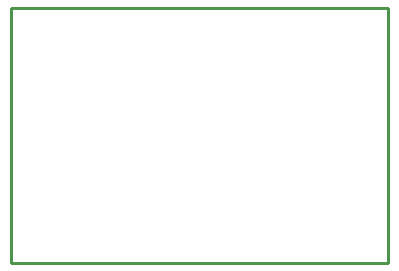
<source format=gbr>
G04 EAGLE Gerber RS-274X export*
G75*
%MOMM*%
%FSLAX34Y34*%
%LPD*%
%IN*%
%IPPOS*%
%AMOC8*
5,1,8,0,0,1.08239X$1,22.5*%
G01*
%ADD10C,0.254000*%


D10*
X-3175Y31750D02*
X315913Y31750D01*
X315913Y247650D01*
X-3175Y247650D01*
X-3175Y31750D01*
M02*

</source>
